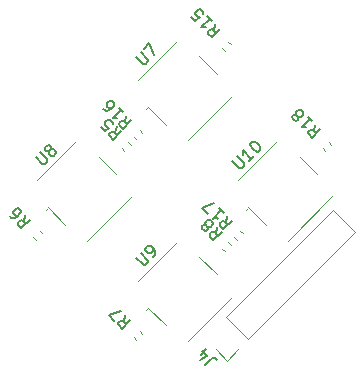
<source format=gto>
%TF.GenerationSoftware,KiCad,Pcbnew,(6.0.9)*%
%TF.CreationDate,2023-04-13T12:37:24+10:00*%
%TF.ProjectId,Dpadright,44706164-7269-4676-9874-2e6b69636164,rev?*%
%TF.SameCoordinates,PX61094f0PY518a060*%
%TF.FileFunction,Legend,Top*%
%TF.FilePolarity,Positive*%
%FSLAX46Y46*%
G04 Gerber Fmt 4.6, Leading zero omitted, Abs format (unit mm)*
G04 Created by KiCad (PCBNEW (6.0.9)) date 2023-04-13 12:37:24*
%MOMM*%
%LPD*%
G01*
G04 APERTURE LIST*
%ADD10C,0.150000*%
%ADD11C,0.100000*%
%ADD12C,0.120000*%
G04 APERTURE END LIST*
D10*
%TO.C,U9*%
X15574026Y-5651522D02*
X16146446Y-6223942D01*
X16247461Y-6257614D01*
X16314805Y-6257614D01*
X16415820Y-6223942D01*
X16550507Y-6089255D01*
X16584179Y-5988240D01*
X16584179Y-5920896D01*
X16550507Y-5819881D01*
X15978087Y-5247461D01*
X17055583Y-5584179D02*
X17190270Y-5449492D01*
X17223942Y-5348477D01*
X17223942Y-5281133D01*
X17190270Y-5112774D01*
X17089255Y-4944416D01*
X16819881Y-4675042D01*
X16718866Y-4641370D01*
X16651522Y-4641370D01*
X16550507Y-4675042D01*
X16415820Y-4809729D01*
X16382148Y-4910744D01*
X16382148Y-4978087D01*
X16415820Y-5079103D01*
X16584179Y-5247461D01*
X16685194Y-5281133D01*
X16752538Y-5281133D01*
X16853553Y-5247461D01*
X16988240Y-5112774D01*
X17021912Y-5011759D01*
X17021912Y-4944416D01*
X16988240Y-4843400D01*
%TO.C,R7*%
X14687732Y-10547969D02*
X14586717Y-11120389D01*
X15091793Y-10952030D02*
X14384687Y-11659137D01*
X14115312Y-11389763D01*
X14081641Y-11288748D01*
X14081641Y-11221404D01*
X14115312Y-11120389D01*
X14216328Y-11019374D01*
X14317343Y-10985702D01*
X14384687Y-10985702D01*
X14485702Y-11019374D01*
X14755076Y-11288748D01*
X13744923Y-11019374D02*
X13273519Y-10547969D01*
X14283671Y-10143908D01*
%TO.C,R17*%
X23274450Y-2134687D02*
X23173435Y-2707106D01*
X23678511Y-2538748D02*
X22971404Y-3245854D01*
X22702030Y-2976480D01*
X22668358Y-2875465D01*
X22668358Y-2808122D01*
X22702030Y-2707106D01*
X22803045Y-2606091D01*
X22904061Y-2572419D01*
X22971404Y-2572419D01*
X23072419Y-2606091D01*
X23341793Y-2875465D01*
X22601015Y-1461251D02*
X23005076Y-1865312D01*
X22803045Y-1663282D02*
X22095938Y-2370389D01*
X22264297Y-2336717D01*
X22398984Y-2336717D01*
X22500000Y-2370389D01*
X21658206Y-1932656D02*
X21186801Y-1461251D01*
X22196954Y-1057190D01*
%TO.C,R6*%
X6187732Y-2047969D02*
X6086717Y-2620389D01*
X6591793Y-2452030D02*
X5884687Y-3159137D01*
X5615312Y-2889763D01*
X5581641Y-2788748D01*
X5581641Y-2721404D01*
X5615312Y-2620389D01*
X5716328Y-2519374D01*
X5817343Y-2485702D01*
X5884687Y-2485702D01*
X5985702Y-2519374D01*
X6255076Y-2788748D01*
X4874534Y-2148984D02*
X5009221Y-2283671D01*
X5110236Y-2317343D01*
X5177580Y-2317343D01*
X5345938Y-2283671D01*
X5514297Y-2182656D01*
X5783671Y-1913282D01*
X5817343Y-1812267D01*
X5817343Y-1744923D01*
X5783671Y-1643908D01*
X5648984Y-1509221D01*
X5547969Y-1475549D01*
X5480625Y-1475549D01*
X5379610Y-1509221D01*
X5211251Y-1677580D01*
X5177580Y-1778595D01*
X5177580Y-1845938D01*
X5211251Y-1946954D01*
X5345938Y-2081641D01*
X5446954Y-2115312D01*
X5514297Y-2115312D01*
X5615312Y-2081641D01*
%TO.C,R18*%
X30774451Y5615313D02*
X30673436Y5042894D01*
X31178512Y5211252D02*
X30471405Y4504146D01*
X30202031Y4773520D01*
X30168359Y4874535D01*
X30168359Y4941878D01*
X30202031Y5042894D01*
X30303046Y5143909D01*
X30404062Y5177581D01*
X30471405Y5177581D01*
X30572420Y5143909D01*
X30841794Y4874535D01*
X30101016Y6288749D02*
X30505077Y5884688D01*
X30303046Y6086718D02*
X29595939Y5379611D01*
X29764298Y5413283D01*
X29898985Y5413283D01*
X30000001Y5379611D01*
X29292894Y6288749D02*
X29326565Y6187733D01*
X29326565Y6120390D01*
X29292894Y6019375D01*
X29259222Y5985703D01*
X29158207Y5952031D01*
X29090863Y5952031D01*
X28989848Y5985703D01*
X28855161Y6120390D01*
X28821489Y6221405D01*
X28821489Y6288749D01*
X28855161Y6389764D01*
X28888833Y6423436D01*
X28989848Y6457107D01*
X29057191Y6457107D01*
X29158207Y6423436D01*
X29292894Y6288749D01*
X29393909Y6255077D01*
X29461252Y6255077D01*
X29562268Y6288749D01*
X29696955Y6423436D01*
X29730626Y6524451D01*
X29730626Y6591794D01*
X29696955Y6692810D01*
X29562268Y6827497D01*
X29461252Y6861168D01*
X29393909Y6861168D01*
X29292894Y6827497D01*
X29158207Y6692810D01*
X29124535Y6591794D01*
X29124535Y6524451D01*
X29158207Y6423436D01*
%TO.C,U8*%
X7074026Y2848478D02*
X7646446Y2276058D01*
X7747461Y2242386D01*
X7814805Y2242386D01*
X7915820Y2276058D01*
X8050507Y2410745D01*
X8084179Y2511760D01*
X8084179Y2579104D01*
X8050507Y2680119D01*
X7478087Y3252539D01*
X8218866Y3387226D02*
X8117851Y3353554D01*
X8050507Y3353554D01*
X7949492Y3387226D01*
X7915820Y3420897D01*
X7882148Y3521913D01*
X7882148Y3589256D01*
X7915820Y3690271D01*
X8050507Y3824958D01*
X8151522Y3858630D01*
X8218866Y3858630D01*
X8319881Y3824958D01*
X8353553Y3791287D01*
X8387225Y3690271D01*
X8387225Y3622928D01*
X8353553Y3521913D01*
X8218866Y3387226D01*
X8185194Y3286210D01*
X8185194Y3218867D01*
X8218866Y3117852D01*
X8353553Y2983165D01*
X8454568Y2949493D01*
X8521912Y2949493D01*
X8622927Y2983165D01*
X8757614Y3117852D01*
X8791286Y3218867D01*
X8791286Y3286210D01*
X8757614Y3387226D01*
X8622927Y3521913D01*
X8521912Y3555584D01*
X8454568Y3555584D01*
X8353553Y3521913D01*
%TO.C,U10*%
X23737309Y2511760D02*
X24309729Y1939340D01*
X24410744Y1905669D01*
X24478087Y1905669D01*
X24579103Y1939340D01*
X24713790Y2074027D01*
X24747461Y2175043D01*
X24747461Y2242386D01*
X24713790Y2343401D01*
X24141370Y2915821D01*
X25555583Y2915821D02*
X25151522Y2511760D01*
X25353553Y2713791D02*
X24646446Y3420897D01*
X24680118Y3252539D01*
X24680118Y3117852D01*
X24646446Y3016836D01*
X25286209Y4060661D02*
X25353553Y4128004D01*
X25454568Y4161676D01*
X25521912Y4161676D01*
X25622927Y4128004D01*
X25791286Y4026989D01*
X25959644Y3858630D01*
X26060660Y3690271D01*
X26094331Y3589256D01*
X26094331Y3521913D01*
X26060660Y3420897D01*
X25993316Y3353554D01*
X25892301Y3319882D01*
X25824957Y3319882D01*
X25723942Y3353554D01*
X25555583Y3454569D01*
X25387225Y3622928D01*
X25286209Y3791287D01*
X25252538Y3892302D01*
X25252538Y3959645D01*
X25286209Y4060661D01*
%TO.C,U7*%
X15574026Y11348478D02*
X16146446Y10776058D01*
X16247461Y10742386D01*
X16314805Y10742386D01*
X16415820Y10776058D01*
X16550507Y10910745D01*
X16584179Y11011760D01*
X16584179Y11079104D01*
X16550507Y11180119D01*
X15978087Y11752539D01*
X16247461Y12021913D02*
X16718866Y12493317D01*
X17122927Y11483165D01*
%TO.C,R5*%
X13937732Y5452031D02*
X13836717Y4879611D01*
X14341793Y5047970D02*
X13634687Y4340863D01*
X13365312Y4610237D01*
X13331641Y4711252D01*
X13331641Y4778596D01*
X13365312Y4879611D01*
X13466328Y4980626D01*
X13567343Y5014298D01*
X13634687Y5014298D01*
X13735702Y4980626D01*
X14005076Y4711252D01*
X12590862Y5384688D02*
X12927580Y5047970D01*
X13297969Y5351016D01*
X13230625Y5351016D01*
X13129610Y5384688D01*
X12961251Y5553046D01*
X12927580Y5654062D01*
X12927580Y5721405D01*
X12961251Y5822420D01*
X13129610Y5990779D01*
X13230625Y6024451D01*
X13297969Y6024451D01*
X13398984Y5990779D01*
X13567343Y5822420D01*
X13601015Y5721405D01*
X13601015Y5654062D01*
%TO.C,J4*%
X21460790Y-14760615D02*
X21965866Y-14255539D01*
X22100553Y-14188195D01*
X22235240Y-14188195D01*
X22369927Y-14255539D01*
X22437270Y-14322882D01*
X21056729Y-13885149D02*
X21528133Y-13413745D01*
X20955713Y-14322882D02*
X21629148Y-13986165D01*
X21191416Y-13548432D01*
%TO.C,R16*%
X14774450Y6365313D02*
X14673435Y5792894D01*
X15178511Y5961252D02*
X14471404Y5254146D01*
X14202030Y5523520D01*
X14168358Y5624535D01*
X14168358Y5691878D01*
X14202030Y5792894D01*
X14303045Y5893909D01*
X14404061Y5927581D01*
X14471404Y5927581D01*
X14572419Y5893909D01*
X14841793Y5624535D01*
X14101015Y7038749D02*
X14505076Y6634688D01*
X14303045Y6836718D02*
X13595938Y6129611D01*
X13764297Y6163283D01*
X13898984Y6163283D01*
X14000000Y6129611D01*
X12787816Y6937733D02*
X12922503Y6803046D01*
X13023519Y6769375D01*
X13090862Y6769375D01*
X13259221Y6803046D01*
X13427580Y6904062D01*
X13696954Y7173436D01*
X13730625Y7274451D01*
X13730625Y7341794D01*
X13696954Y7442810D01*
X13562267Y7577497D01*
X13461251Y7611168D01*
X13393908Y7611168D01*
X13292893Y7577497D01*
X13124534Y7409138D01*
X13090862Y7308123D01*
X13090862Y7240779D01*
X13124534Y7139764D01*
X13259221Y7005077D01*
X13360236Y6971405D01*
X13427580Y6971405D01*
X13528595Y7005077D01*
%TO.C,R8*%
X22437732Y-3047969D02*
X22336717Y-3620389D01*
X22841793Y-3452030D02*
X22134687Y-4159137D01*
X21865312Y-3889763D01*
X21831641Y-3788748D01*
X21831641Y-3721404D01*
X21865312Y-3620389D01*
X21966328Y-3519374D01*
X22067343Y-3485702D01*
X22134687Y-3485702D01*
X22235702Y-3519374D01*
X22505076Y-3788748D01*
X21629610Y-3047969D02*
X21663282Y-3148984D01*
X21663282Y-3216328D01*
X21629610Y-3317343D01*
X21595938Y-3351015D01*
X21494923Y-3384687D01*
X21427580Y-3384687D01*
X21326564Y-3351015D01*
X21191877Y-3216328D01*
X21158206Y-3115312D01*
X21158206Y-3047969D01*
X21191877Y-2946954D01*
X21225549Y-2913282D01*
X21326564Y-2879610D01*
X21393908Y-2879610D01*
X21494923Y-2913282D01*
X21629610Y-3047969D01*
X21730625Y-3081641D01*
X21797969Y-3081641D01*
X21898984Y-3047969D01*
X22033671Y-2913282D01*
X22067343Y-2812267D01*
X22067343Y-2744923D01*
X22033671Y-2643908D01*
X21898984Y-2509221D01*
X21797969Y-2475549D01*
X21730625Y-2475549D01*
X21629610Y-2509221D01*
X21494923Y-2643908D01*
X21461251Y-2744923D01*
X21461251Y-2812267D01*
X21494923Y-2913282D01*
%TO.C,R15*%
X22274451Y14115313D02*
X22173436Y13542894D01*
X22678512Y13711252D02*
X21971405Y13004146D01*
X21702031Y13273520D01*
X21668359Y13374535D01*
X21668359Y13441878D01*
X21702031Y13542894D01*
X21803046Y13643909D01*
X21904062Y13677581D01*
X21971405Y13677581D01*
X22072420Y13643909D01*
X22341794Y13374535D01*
X21601016Y14788749D02*
X22005077Y14384688D01*
X21803046Y14586718D02*
X21095939Y13879611D01*
X21264298Y13913283D01*
X21398985Y13913283D01*
X21500001Y13879611D01*
X20254146Y14721405D02*
X20590863Y14384688D01*
X20961252Y14687733D01*
X20893909Y14687733D01*
X20792894Y14721405D01*
X20624535Y14889764D01*
X20590863Y14990779D01*
X20590863Y15058123D01*
X20624535Y15159138D01*
X20792894Y15327497D01*
X20893909Y15361168D01*
X20961252Y15361168D01*
X21062268Y15327497D01*
X21230626Y15159138D01*
X21264298Y15058123D01*
X21264298Y14990779D01*
D11*
%TO.C,U9*%
X16603408Y-9912234D02*
X16426631Y-10089010D01*
X16598741Y-9907567D02*
X18089463Y-11398289D01*
X15723060Y-7622198D02*
X19023410Y-4321847D01*
X23711104Y-8973620D02*
X19961599Y-12709265D01*
X20924113Y-5597751D02*
X22405643Y-7079281D01*
D12*
%TO.C,R7*%
X16127341Y-12089940D02*
X15910060Y-11872659D01*
X15589940Y-12627341D02*
X15372659Y-12410060D01*
%TO.C,R17*%
X22872659Y-4910060D02*
X23089940Y-5127341D01*
X23410060Y-4372659D02*
X23627341Y-4589940D01*
%TO.C,R6*%
X7089940Y-4127341D02*
X6872659Y-3910060D01*
X7627341Y-3589940D02*
X7410060Y-3372659D01*
%TO.C,R18*%
X31372659Y3589940D02*
X31589940Y3372659D01*
X31910060Y4127341D02*
X32127341Y3910060D01*
D11*
%TO.C,U8*%
X12424113Y2902249D02*
X13905643Y1420719D01*
X15211104Y-473620D02*
X11461599Y-4209265D01*
X8103408Y-1412234D02*
X7926631Y-1589010D01*
X8098741Y-1407567D02*
X9589463Y-2898289D01*
X7223060Y877802D02*
X10523410Y4178153D01*
%TO.C,U10*%
X25103408Y-1412234D02*
X24926631Y-1589010D01*
X29424113Y2902249D02*
X30905643Y1420719D01*
X25098741Y-1407567D02*
X26589463Y-2898289D01*
X32211104Y-473620D02*
X28461599Y-4209265D01*
X24223060Y877802D02*
X27523410Y4178153D01*
%TO.C,U7*%
X15723060Y9377802D02*
X19023410Y12678153D01*
X23711104Y8026380D02*
X19961599Y4290735D01*
X20924113Y11402249D02*
X22405643Y9920719D01*
X16598741Y7092433D02*
X18089463Y5601711D01*
X16603408Y7087766D02*
X16426631Y6910990D01*
D12*
%TO.C,R5*%
X16127341Y4910060D02*
X15910060Y5127341D01*
X15589940Y4372659D02*
X15372659Y4589940D01*
%TO.C,J4*%
X24200324Y-13430581D02*
X23259872Y-14371033D01*
X25098350Y-12532555D02*
X34121032Y-3509873D01*
X23217446Y-10651651D02*
X32240128Y-1628969D01*
X34121032Y-3509873D02*
X32240128Y-1628969D01*
X25098350Y-12532555D02*
X23217446Y-10651651D01*
X23259872Y-14371033D02*
X22319420Y-13430581D01*
%TO.C,R16*%
X14910060Y4127341D02*
X15127341Y3910060D01*
X14372659Y3589940D02*
X14589940Y3372659D01*
%TO.C,R8*%
X24627341Y-3589940D02*
X24410060Y-3372659D01*
X24089940Y-4127341D02*
X23872659Y-3910060D01*
%TO.C,R15*%
X22872659Y12089940D02*
X23089940Y11872659D01*
X23410060Y12627341D02*
X23627341Y12410060D01*
%TD*%
M02*

</source>
